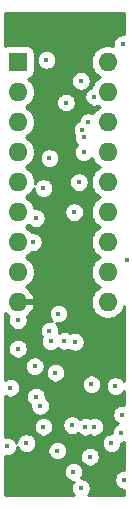
<source format=gbr>
G04 #@! TF.GenerationSoftware,KiCad,Pcbnew,5.1.5+dfsg1-2build2*
G04 #@! TF.CreationDate,2023-02-25T19:10:51+00:00*
G04 #@! TF.ProjectId,video-ram-replacement,76696465-6f2d-4726-916d-2d7265706c61,rev?*
G04 #@! TF.SameCoordinates,Original*
G04 #@! TF.FileFunction,Copper,L2,Inr*
G04 #@! TF.FilePolarity,Positive*
%FSLAX46Y46*%
G04 Gerber Fmt 4.6, Leading zero omitted, Abs format (unit mm)*
G04 Created by KiCad (PCBNEW 5.1.5+dfsg1-2build2) date 2023-02-25 19:10:51*
%MOMM*%
%LPD*%
G04 APERTURE LIST*
%ADD10O,1.600000X1.600000*%
%ADD11R,1.600000X1.600000*%
%ADD12C,0.400000*%
%ADD13C,0.200000*%
%ADD14C,0.254000*%
G04 APERTURE END LIST*
D10*
X105515000Y-89648000D03*
X97895000Y-109968000D03*
X105515000Y-92188000D03*
X97895000Y-107428000D03*
X105515000Y-94728000D03*
X97895000Y-104888000D03*
X105515000Y-97268000D03*
X97895000Y-102348000D03*
X105515000Y-99808000D03*
X97895000Y-99808000D03*
X105515000Y-102348000D03*
X97895000Y-97268000D03*
X105515000Y-104888000D03*
X97895000Y-94728000D03*
X105515000Y-107428000D03*
X97895000Y-92188000D03*
X105515000Y-109968000D03*
D11*
X97895000Y-89648000D03*
D12*
X103251000Y-89347000D03*
X104140000Y-116078000D03*
X97028000Y-123162000D03*
X99852685Y-123748796D03*
X105156000Y-125730000D03*
X97028000Y-120015000D03*
X101727000Y-120023000D03*
X97790000Y-112903000D03*
X97282000Y-118237000D03*
X105765420Y-121090698D03*
X102616000Y-117695002D03*
X100838000Y-117884998D03*
X104521000Y-85979000D03*
X100330000Y-91313000D03*
X102754000Y-113342648D03*
X101092000Y-115951000D03*
X100683000Y-113284000D03*
X103251000Y-91247000D03*
X98635000Y-121920000D03*
X97028000Y-122202000D03*
X101981000Y-93086803D03*
X104140000Y-116939000D03*
X106172000Y-117094000D03*
X104394000Y-120523000D03*
X106680000Y-121031000D03*
X106903639Y-125019539D03*
X97282000Y-117221000D03*
X101349267Y-110944128D03*
X101254000Y-122548000D03*
X99802591Y-118764409D03*
X100076000Y-120523000D03*
X101854000Y-113256000D03*
X105835000Y-121920000D03*
X100330000Y-89474000D03*
X102508286Y-120387133D03*
X102616000Y-124333000D03*
X103251000Y-125730000D03*
X103632000Y-120523000D03*
X104013000Y-123063000D03*
X100584000Y-112395000D03*
X99348228Y-115401873D03*
X103483195Y-96012000D03*
X103378000Y-95377000D03*
X107144000Y-106426000D03*
X100584000Y-97782000D03*
X102683175Y-102362000D03*
X100076000Y-100322000D03*
X103083185Y-99822000D03*
X99441000Y-102870000D03*
X103483195Y-97282000D03*
X99187000Y-104902000D03*
X103883205Y-94742000D03*
X106743990Y-119507000D03*
X104383205Y-92586803D03*
X99441000Y-117983000D03*
X97917000Y-113919000D03*
X97917000Y-111506000D03*
X106807000Y-88138000D03*
D13*
X106991510Y-122284342D02*
X106991510Y-122104510D01*
X106991510Y-122104510D02*
X106934000Y-122162020D01*
X106934000Y-122162020D02*
X106934000Y-122555000D01*
D14*
G36*
X106909001Y-87306931D02*
G01*
X106889240Y-87303000D01*
X106724760Y-87303000D01*
X106563440Y-87335089D01*
X106411479Y-87398033D01*
X106274719Y-87489413D01*
X106158413Y-87605719D01*
X106067033Y-87742479D01*
X106004089Y-87894440D01*
X105972000Y-88055760D01*
X105972000Y-88220240D01*
X105985835Y-88289794D01*
X105933574Y-88268147D01*
X105656335Y-88213000D01*
X105373665Y-88213000D01*
X105096426Y-88268147D01*
X104835273Y-88376320D01*
X104600241Y-88533363D01*
X104400363Y-88733241D01*
X104243320Y-88968273D01*
X104135147Y-89229426D01*
X104080000Y-89506665D01*
X104080000Y-89789335D01*
X104135147Y-90066574D01*
X104243320Y-90327727D01*
X104400363Y-90562759D01*
X104600241Y-90762637D01*
X104832759Y-90918000D01*
X104600241Y-91073363D01*
X104400363Y-91273241D01*
X104243320Y-91508273D01*
X104135147Y-91769426D01*
X104131607Y-91787221D01*
X103987684Y-91846836D01*
X103850924Y-91938216D01*
X103734618Y-92054522D01*
X103643238Y-92191282D01*
X103580294Y-92343243D01*
X103548205Y-92504563D01*
X103548205Y-92669043D01*
X103580294Y-92830363D01*
X103643238Y-92982324D01*
X103734618Y-93119084D01*
X103850924Y-93235390D01*
X103987684Y-93326770D01*
X104139645Y-93389714D01*
X104300965Y-93421803D01*
X104465445Y-93421803D01*
X104626765Y-93389714D01*
X104690840Y-93363173D01*
X104832759Y-93458000D01*
X104600241Y-93613363D01*
X104400363Y-93813241D01*
X104275194Y-94000570D01*
X104126765Y-93939089D01*
X103965445Y-93907000D01*
X103800965Y-93907000D01*
X103639645Y-93939089D01*
X103487684Y-94002033D01*
X103350924Y-94093413D01*
X103234618Y-94209719D01*
X103143238Y-94346479D01*
X103080294Y-94498440D01*
X103059033Y-94605323D01*
X102982479Y-94637033D01*
X102845719Y-94728413D01*
X102729413Y-94844719D01*
X102638033Y-94981479D01*
X102575089Y-95133440D01*
X102543000Y-95294760D01*
X102543000Y-95459240D01*
X102575089Y-95620560D01*
X102638033Y-95772521D01*
X102669966Y-95820312D01*
X102648195Y-95929760D01*
X102648195Y-96094240D01*
X102680284Y-96255560D01*
X102743228Y-96407521D01*
X102834608Y-96544281D01*
X102937327Y-96647000D01*
X102834608Y-96749719D01*
X102743228Y-96886479D01*
X102680284Y-97038440D01*
X102648195Y-97199760D01*
X102648195Y-97364240D01*
X102680284Y-97525560D01*
X102743228Y-97677521D01*
X102834608Y-97814281D01*
X102950914Y-97930587D01*
X103087674Y-98021967D01*
X103239635Y-98084911D01*
X103400955Y-98117000D01*
X103565435Y-98117000D01*
X103726755Y-98084911D01*
X103878716Y-98021967D01*
X104015476Y-97930587D01*
X104131782Y-97814281D01*
X104166514Y-97762301D01*
X104243320Y-97947727D01*
X104400363Y-98182759D01*
X104600241Y-98382637D01*
X104832759Y-98538000D01*
X104600241Y-98693363D01*
X104400363Y-98893241D01*
X104243320Y-99128273D01*
X104135147Y-99389426D01*
X104080000Y-99666665D01*
X104080000Y-99949335D01*
X104135147Y-100226574D01*
X104243320Y-100487727D01*
X104400363Y-100722759D01*
X104600241Y-100922637D01*
X104832759Y-101078000D01*
X104600241Y-101233363D01*
X104400363Y-101433241D01*
X104243320Y-101668273D01*
X104135147Y-101929426D01*
X104080000Y-102206665D01*
X104080000Y-102489335D01*
X104135147Y-102766574D01*
X104243320Y-103027727D01*
X104400363Y-103262759D01*
X104600241Y-103462637D01*
X104832759Y-103618000D01*
X104600241Y-103773363D01*
X104400363Y-103973241D01*
X104243320Y-104208273D01*
X104135147Y-104469426D01*
X104080000Y-104746665D01*
X104080000Y-105029335D01*
X104135147Y-105306574D01*
X104243320Y-105567727D01*
X104400363Y-105802759D01*
X104600241Y-106002637D01*
X104832759Y-106158000D01*
X104600241Y-106313363D01*
X104400363Y-106513241D01*
X104243320Y-106748273D01*
X104135147Y-107009426D01*
X104080000Y-107286665D01*
X104080000Y-107569335D01*
X104135147Y-107846574D01*
X104243320Y-108107727D01*
X104400363Y-108342759D01*
X104600241Y-108542637D01*
X104832759Y-108698000D01*
X104600241Y-108853363D01*
X104400363Y-109053241D01*
X104243320Y-109288273D01*
X104135147Y-109549426D01*
X104080000Y-109826665D01*
X104080000Y-110109335D01*
X104135147Y-110386574D01*
X104243320Y-110647727D01*
X104400363Y-110882759D01*
X104600241Y-111082637D01*
X104835273Y-111239680D01*
X105096426Y-111347853D01*
X105373665Y-111403000D01*
X105656335Y-111403000D01*
X105933574Y-111347853D01*
X106194727Y-111239680D01*
X106429759Y-111082637D01*
X106629637Y-110882759D01*
X106786680Y-110647727D01*
X106894853Y-110386574D01*
X106909000Y-110315452D01*
X106909000Y-116694039D01*
X106820587Y-116561719D01*
X106704281Y-116445413D01*
X106567521Y-116354033D01*
X106415560Y-116291089D01*
X106254240Y-116259000D01*
X106089760Y-116259000D01*
X105928440Y-116291089D01*
X105776479Y-116354033D01*
X105639719Y-116445413D01*
X105523413Y-116561719D01*
X105432033Y-116698479D01*
X105369089Y-116850440D01*
X105337000Y-117011760D01*
X105337000Y-117176240D01*
X105369089Y-117337560D01*
X105432033Y-117489521D01*
X105523413Y-117626281D01*
X105639719Y-117742587D01*
X105776479Y-117833967D01*
X105928440Y-117896911D01*
X106089760Y-117929000D01*
X106254240Y-117929000D01*
X106415560Y-117896911D01*
X106567521Y-117833967D01*
X106704281Y-117742587D01*
X106820587Y-117626281D01*
X106909000Y-117493961D01*
X106909000Y-118688464D01*
X106826230Y-118672000D01*
X106661750Y-118672000D01*
X106500430Y-118704089D01*
X106348469Y-118767033D01*
X106211709Y-118858413D01*
X106095403Y-118974719D01*
X106004023Y-119111479D01*
X105941079Y-119263440D01*
X105908990Y-119424760D01*
X105908990Y-119589240D01*
X105941079Y-119750560D01*
X106004023Y-119902521D01*
X106095403Y-120039281D01*
X106211709Y-120155587D01*
X106348469Y-120246967D01*
X106369667Y-120255747D01*
X106284479Y-120291033D01*
X106147719Y-120382413D01*
X106031413Y-120498719D01*
X105940033Y-120635479D01*
X105877089Y-120787440D01*
X105845000Y-120948760D01*
X105845000Y-121085000D01*
X105752760Y-121085000D01*
X105591440Y-121117089D01*
X105439479Y-121180033D01*
X105302719Y-121271413D01*
X105186413Y-121387719D01*
X105095033Y-121524479D01*
X105032089Y-121676440D01*
X105000000Y-121837760D01*
X105000000Y-122002240D01*
X105032089Y-122163560D01*
X105095033Y-122315521D01*
X105186413Y-122452281D01*
X105302719Y-122568587D01*
X105439479Y-122659967D01*
X105591440Y-122722911D01*
X105752760Y-122755000D01*
X105917240Y-122755000D01*
X106078560Y-122722911D01*
X106230521Y-122659967D01*
X106367281Y-122568587D01*
X106483587Y-122452281D01*
X106574967Y-122315521D01*
X106637911Y-122163560D01*
X106670000Y-122002240D01*
X106670000Y-121866000D01*
X106762240Y-121866000D01*
X106909001Y-121836807D01*
X106909001Y-122725781D01*
X106909000Y-123995781D01*
X106909000Y-124184539D01*
X106821399Y-124184539D01*
X106660079Y-124216628D01*
X106508118Y-124279572D01*
X106371358Y-124370952D01*
X106255052Y-124487258D01*
X106163672Y-124624018D01*
X106100728Y-124775979D01*
X106068639Y-124937299D01*
X106068639Y-125101779D01*
X106100728Y-125263099D01*
X106163672Y-125415060D01*
X106255052Y-125551820D01*
X106371358Y-125668126D01*
X106508118Y-125759506D01*
X106660079Y-125822450D01*
X106821399Y-125854539D01*
X106909001Y-125854539D01*
X106909001Y-126340000D01*
X103821868Y-126340000D01*
X103899587Y-126262281D01*
X103990967Y-126125521D01*
X104053911Y-125973560D01*
X104086000Y-125812240D01*
X104086000Y-125647760D01*
X104053911Y-125486440D01*
X103990967Y-125334479D01*
X103899587Y-125197719D01*
X103783281Y-125081413D01*
X103646521Y-124990033D01*
X103494560Y-124927089D01*
X103333240Y-124895000D01*
X103234868Y-124895000D01*
X103264587Y-124865281D01*
X103355967Y-124728521D01*
X103418911Y-124576560D01*
X103451000Y-124415240D01*
X103451000Y-124250760D01*
X103418911Y-124089440D01*
X103355967Y-123937479D01*
X103264587Y-123800719D01*
X103148281Y-123684413D01*
X103011521Y-123593033D01*
X102859560Y-123530089D01*
X102698240Y-123498000D01*
X102533760Y-123498000D01*
X102372440Y-123530089D01*
X102220479Y-123593033D01*
X102083719Y-123684413D01*
X101967413Y-123800719D01*
X101876033Y-123937479D01*
X101813089Y-124089440D01*
X101781000Y-124250760D01*
X101781000Y-124415240D01*
X101813089Y-124576560D01*
X101876033Y-124728521D01*
X101967413Y-124865281D01*
X102083719Y-124981587D01*
X102220479Y-125072967D01*
X102372440Y-125135911D01*
X102533760Y-125168000D01*
X102632132Y-125168000D01*
X102602413Y-125197719D01*
X102511033Y-125334479D01*
X102448089Y-125486440D01*
X102416000Y-125647760D01*
X102416000Y-125812240D01*
X102448089Y-125973560D01*
X102511033Y-126125521D01*
X102602413Y-126262281D01*
X102680132Y-126340000D01*
X96799000Y-126340000D01*
X96799000Y-123007807D01*
X96945760Y-123037000D01*
X97110240Y-123037000D01*
X97271560Y-123004911D01*
X97423521Y-122941967D01*
X97560281Y-122850587D01*
X97676587Y-122734281D01*
X97767967Y-122597521D01*
X97830911Y-122445560D01*
X97863000Y-122284240D01*
X97863000Y-122238186D01*
X97895033Y-122315521D01*
X97986413Y-122452281D01*
X98102719Y-122568587D01*
X98239479Y-122659967D01*
X98391440Y-122722911D01*
X98552760Y-122755000D01*
X98717240Y-122755000D01*
X98878560Y-122722911D01*
X99030521Y-122659967D01*
X99167281Y-122568587D01*
X99270108Y-122465760D01*
X100419000Y-122465760D01*
X100419000Y-122630240D01*
X100451089Y-122791560D01*
X100514033Y-122943521D01*
X100605413Y-123080281D01*
X100721719Y-123196587D01*
X100858479Y-123287967D01*
X101010440Y-123350911D01*
X101171760Y-123383000D01*
X101336240Y-123383000D01*
X101497560Y-123350911D01*
X101649521Y-123287967D01*
X101786281Y-123196587D01*
X101902587Y-123080281D01*
X101969084Y-122980760D01*
X103178000Y-122980760D01*
X103178000Y-123145240D01*
X103210089Y-123306560D01*
X103273033Y-123458521D01*
X103364413Y-123595281D01*
X103480719Y-123711587D01*
X103617479Y-123802967D01*
X103769440Y-123865911D01*
X103930760Y-123898000D01*
X104095240Y-123898000D01*
X104256560Y-123865911D01*
X104408521Y-123802967D01*
X104545281Y-123711587D01*
X104661587Y-123595281D01*
X104752967Y-123458521D01*
X104815911Y-123306560D01*
X104848000Y-123145240D01*
X104848000Y-122980760D01*
X104815911Y-122819440D01*
X104752967Y-122667479D01*
X104661587Y-122530719D01*
X104545281Y-122414413D01*
X104408521Y-122323033D01*
X104256560Y-122260089D01*
X104095240Y-122228000D01*
X103930760Y-122228000D01*
X103769440Y-122260089D01*
X103617479Y-122323033D01*
X103480719Y-122414413D01*
X103364413Y-122530719D01*
X103273033Y-122667479D01*
X103210089Y-122819440D01*
X103178000Y-122980760D01*
X101969084Y-122980760D01*
X101993967Y-122943521D01*
X102056911Y-122791560D01*
X102089000Y-122630240D01*
X102089000Y-122465760D01*
X102056911Y-122304440D01*
X101993967Y-122152479D01*
X101902587Y-122015719D01*
X101786281Y-121899413D01*
X101649521Y-121808033D01*
X101497560Y-121745089D01*
X101336240Y-121713000D01*
X101171760Y-121713000D01*
X101010440Y-121745089D01*
X100858479Y-121808033D01*
X100721719Y-121899413D01*
X100605413Y-122015719D01*
X100514033Y-122152479D01*
X100451089Y-122304440D01*
X100419000Y-122465760D01*
X99270108Y-122465760D01*
X99283587Y-122452281D01*
X99374967Y-122315521D01*
X99437911Y-122163560D01*
X99470000Y-122002240D01*
X99470000Y-121837760D01*
X99437911Y-121676440D01*
X99374967Y-121524479D01*
X99283587Y-121387719D01*
X99167281Y-121271413D01*
X99030521Y-121180033D01*
X98878560Y-121117089D01*
X98717240Y-121085000D01*
X98552760Y-121085000D01*
X98391440Y-121117089D01*
X98239479Y-121180033D01*
X98102719Y-121271413D01*
X97986413Y-121387719D01*
X97895033Y-121524479D01*
X97832089Y-121676440D01*
X97800000Y-121837760D01*
X97800000Y-121883814D01*
X97767967Y-121806479D01*
X97676587Y-121669719D01*
X97560281Y-121553413D01*
X97423521Y-121462033D01*
X97271560Y-121399089D01*
X97110240Y-121367000D01*
X96945760Y-121367000D01*
X96799000Y-121396193D01*
X96799000Y-120440760D01*
X99241000Y-120440760D01*
X99241000Y-120605240D01*
X99273089Y-120766560D01*
X99336033Y-120918521D01*
X99427413Y-121055281D01*
X99543719Y-121171587D01*
X99680479Y-121262967D01*
X99832440Y-121325911D01*
X99993760Y-121358000D01*
X100158240Y-121358000D01*
X100319560Y-121325911D01*
X100471521Y-121262967D01*
X100608281Y-121171587D01*
X100724587Y-121055281D01*
X100815967Y-120918521D01*
X100878911Y-120766560D01*
X100911000Y-120605240D01*
X100911000Y-120440760D01*
X100883974Y-120304893D01*
X101673286Y-120304893D01*
X101673286Y-120469373D01*
X101705375Y-120630693D01*
X101768319Y-120782654D01*
X101859699Y-120919414D01*
X101976005Y-121035720D01*
X102112765Y-121127100D01*
X102264726Y-121190044D01*
X102426046Y-121222133D01*
X102590526Y-121222133D01*
X102751846Y-121190044D01*
X102903807Y-121127100D01*
X102994580Y-121066448D01*
X103099719Y-121171587D01*
X103236479Y-121262967D01*
X103388440Y-121325911D01*
X103549760Y-121358000D01*
X103714240Y-121358000D01*
X103875560Y-121325911D01*
X104013000Y-121268982D01*
X104150440Y-121325911D01*
X104311760Y-121358000D01*
X104476240Y-121358000D01*
X104637560Y-121325911D01*
X104789521Y-121262967D01*
X104926281Y-121171587D01*
X105042587Y-121055281D01*
X105133967Y-120918521D01*
X105196911Y-120766560D01*
X105229000Y-120605240D01*
X105229000Y-120440760D01*
X105196911Y-120279440D01*
X105133967Y-120127479D01*
X105042587Y-119990719D01*
X104926281Y-119874413D01*
X104789521Y-119783033D01*
X104637560Y-119720089D01*
X104476240Y-119688000D01*
X104311760Y-119688000D01*
X104150440Y-119720089D01*
X104013000Y-119777018D01*
X103875560Y-119720089D01*
X103714240Y-119688000D01*
X103549760Y-119688000D01*
X103388440Y-119720089D01*
X103236479Y-119783033D01*
X103145706Y-119843685D01*
X103040567Y-119738546D01*
X102903807Y-119647166D01*
X102751846Y-119584222D01*
X102590526Y-119552133D01*
X102426046Y-119552133D01*
X102264726Y-119584222D01*
X102112765Y-119647166D01*
X101976005Y-119738546D01*
X101859699Y-119854852D01*
X101768319Y-119991612D01*
X101705375Y-120143573D01*
X101673286Y-120304893D01*
X100883974Y-120304893D01*
X100878911Y-120279440D01*
X100815967Y-120127479D01*
X100724587Y-119990719D01*
X100608281Y-119874413D01*
X100471521Y-119783033D01*
X100319560Y-119720089D01*
X100158240Y-119688000D01*
X99993760Y-119688000D01*
X99832440Y-119720089D01*
X99680479Y-119783033D01*
X99543719Y-119874413D01*
X99427413Y-119990719D01*
X99336033Y-120127479D01*
X99273089Y-120279440D01*
X99241000Y-120440760D01*
X96799000Y-120440760D01*
X96799000Y-117902515D01*
X96886479Y-117960967D01*
X97038440Y-118023911D01*
X97199760Y-118056000D01*
X97364240Y-118056000D01*
X97525560Y-118023911D01*
X97677521Y-117960967D01*
X97767627Y-117900760D01*
X98606000Y-117900760D01*
X98606000Y-118065240D01*
X98638089Y-118226560D01*
X98701033Y-118378521D01*
X98792413Y-118515281D01*
X98908719Y-118631587D01*
X98969565Y-118672243D01*
X98967591Y-118682169D01*
X98967591Y-118846649D01*
X98999680Y-119007969D01*
X99062624Y-119159930D01*
X99154004Y-119296690D01*
X99270310Y-119412996D01*
X99407070Y-119504376D01*
X99559031Y-119567320D01*
X99720351Y-119599409D01*
X99884831Y-119599409D01*
X100046151Y-119567320D01*
X100198112Y-119504376D01*
X100334872Y-119412996D01*
X100451178Y-119296690D01*
X100542558Y-119159930D01*
X100605502Y-119007969D01*
X100637591Y-118846649D01*
X100637591Y-118682169D01*
X100605502Y-118520849D01*
X100542558Y-118368888D01*
X100451178Y-118232128D01*
X100334872Y-118115822D01*
X100274026Y-118075166D01*
X100276000Y-118065240D01*
X100276000Y-117900760D01*
X100243911Y-117739440D01*
X100180967Y-117587479D01*
X100089587Y-117450719D01*
X99973281Y-117334413D01*
X99836521Y-117243033D01*
X99684560Y-117180089D01*
X99523240Y-117148000D01*
X99358760Y-117148000D01*
X99197440Y-117180089D01*
X99045479Y-117243033D01*
X98908719Y-117334413D01*
X98792413Y-117450719D01*
X98701033Y-117587479D01*
X98638089Y-117739440D01*
X98606000Y-117900760D01*
X97767627Y-117900760D01*
X97814281Y-117869587D01*
X97930587Y-117753281D01*
X98021967Y-117616521D01*
X98084911Y-117464560D01*
X98117000Y-117303240D01*
X98117000Y-117138760D01*
X98084911Y-116977440D01*
X98034924Y-116856760D01*
X103305000Y-116856760D01*
X103305000Y-117021240D01*
X103337089Y-117182560D01*
X103400033Y-117334521D01*
X103491413Y-117471281D01*
X103607719Y-117587587D01*
X103744479Y-117678967D01*
X103896440Y-117741911D01*
X104057760Y-117774000D01*
X104222240Y-117774000D01*
X104383560Y-117741911D01*
X104535521Y-117678967D01*
X104672281Y-117587587D01*
X104788587Y-117471281D01*
X104879967Y-117334521D01*
X104942911Y-117182560D01*
X104975000Y-117021240D01*
X104975000Y-116856760D01*
X104942911Y-116695440D01*
X104879967Y-116543479D01*
X104788587Y-116406719D01*
X104672281Y-116290413D01*
X104535521Y-116199033D01*
X104383560Y-116136089D01*
X104222240Y-116104000D01*
X104057760Y-116104000D01*
X103896440Y-116136089D01*
X103744479Y-116199033D01*
X103607719Y-116290413D01*
X103491413Y-116406719D01*
X103400033Y-116543479D01*
X103337089Y-116695440D01*
X103305000Y-116856760D01*
X98034924Y-116856760D01*
X98021967Y-116825479D01*
X97930587Y-116688719D01*
X97814281Y-116572413D01*
X97677521Y-116481033D01*
X97525560Y-116418089D01*
X97364240Y-116386000D01*
X97199760Y-116386000D01*
X97038440Y-116418089D01*
X96886479Y-116481033D01*
X96799000Y-116539485D01*
X96799000Y-115319633D01*
X98513228Y-115319633D01*
X98513228Y-115484113D01*
X98545317Y-115645433D01*
X98608261Y-115797394D01*
X98699641Y-115934154D01*
X98815947Y-116050460D01*
X98952707Y-116141840D01*
X99104668Y-116204784D01*
X99265988Y-116236873D01*
X99430468Y-116236873D01*
X99591788Y-116204784D01*
X99743749Y-116141840D01*
X99880509Y-116050460D01*
X99996815Y-115934154D01*
X100040509Y-115868760D01*
X100257000Y-115868760D01*
X100257000Y-116033240D01*
X100289089Y-116194560D01*
X100352033Y-116346521D01*
X100443413Y-116483281D01*
X100559719Y-116599587D01*
X100696479Y-116690967D01*
X100848440Y-116753911D01*
X101009760Y-116786000D01*
X101174240Y-116786000D01*
X101335560Y-116753911D01*
X101487521Y-116690967D01*
X101624281Y-116599587D01*
X101740587Y-116483281D01*
X101831967Y-116346521D01*
X101894911Y-116194560D01*
X101927000Y-116033240D01*
X101927000Y-115868760D01*
X101894911Y-115707440D01*
X101831967Y-115555479D01*
X101740587Y-115418719D01*
X101624281Y-115302413D01*
X101487521Y-115211033D01*
X101335560Y-115148089D01*
X101174240Y-115116000D01*
X101009760Y-115116000D01*
X100848440Y-115148089D01*
X100696479Y-115211033D01*
X100559719Y-115302413D01*
X100443413Y-115418719D01*
X100352033Y-115555479D01*
X100289089Y-115707440D01*
X100257000Y-115868760D01*
X100040509Y-115868760D01*
X100088195Y-115797394D01*
X100151139Y-115645433D01*
X100183228Y-115484113D01*
X100183228Y-115319633D01*
X100151139Y-115158313D01*
X100088195Y-115006352D01*
X99996815Y-114869592D01*
X99880509Y-114753286D01*
X99743749Y-114661906D01*
X99591788Y-114598962D01*
X99430468Y-114566873D01*
X99265988Y-114566873D01*
X99104668Y-114598962D01*
X98952707Y-114661906D01*
X98815947Y-114753286D01*
X98699641Y-114869592D01*
X98608261Y-115006352D01*
X98545317Y-115158313D01*
X98513228Y-115319633D01*
X96799000Y-115319633D01*
X96799000Y-113836760D01*
X97082000Y-113836760D01*
X97082000Y-114001240D01*
X97114089Y-114162560D01*
X97177033Y-114314521D01*
X97268413Y-114451281D01*
X97384719Y-114567587D01*
X97521479Y-114658967D01*
X97673440Y-114721911D01*
X97834760Y-114754000D01*
X97999240Y-114754000D01*
X98160560Y-114721911D01*
X98312521Y-114658967D01*
X98449281Y-114567587D01*
X98565587Y-114451281D01*
X98656967Y-114314521D01*
X98719911Y-114162560D01*
X98752000Y-114001240D01*
X98752000Y-113836760D01*
X98719911Y-113675440D01*
X98656967Y-113523479D01*
X98565587Y-113386719D01*
X98449281Y-113270413D01*
X98312521Y-113179033D01*
X98160560Y-113116089D01*
X97999240Y-113084000D01*
X97834760Y-113084000D01*
X97673440Y-113116089D01*
X97521479Y-113179033D01*
X97384719Y-113270413D01*
X97268413Y-113386719D01*
X97177033Y-113523479D01*
X97114089Y-113675440D01*
X97082000Y-113836760D01*
X96799000Y-113836760D01*
X96799000Y-110887595D01*
X96831481Y-110931414D01*
X97039869Y-111120385D01*
X97146453Y-111184307D01*
X97114089Y-111262440D01*
X97082000Y-111423760D01*
X97082000Y-111588240D01*
X97114089Y-111749560D01*
X97177033Y-111901521D01*
X97268413Y-112038281D01*
X97384719Y-112154587D01*
X97521479Y-112245967D01*
X97673440Y-112308911D01*
X97834760Y-112341000D01*
X97999240Y-112341000D01*
X98141210Y-112312760D01*
X99749000Y-112312760D01*
X99749000Y-112477240D01*
X99781089Y-112638560D01*
X99844033Y-112790521D01*
X99930195Y-112919472D01*
X99880089Y-113040440D01*
X99848000Y-113201760D01*
X99848000Y-113366240D01*
X99880089Y-113527560D01*
X99943033Y-113679521D01*
X100034413Y-113816281D01*
X100150719Y-113932587D01*
X100287479Y-114023967D01*
X100439440Y-114086911D01*
X100600760Y-114119000D01*
X100765240Y-114119000D01*
X100926560Y-114086911D01*
X101078521Y-114023967D01*
X101215281Y-113932587D01*
X101282500Y-113865368D01*
X101321719Y-113904587D01*
X101458479Y-113995967D01*
X101610440Y-114058911D01*
X101771760Y-114091000D01*
X101936240Y-114091000D01*
X102097560Y-114058911D01*
X102236730Y-114001265D01*
X102358479Y-114082615D01*
X102510440Y-114145559D01*
X102671760Y-114177648D01*
X102836240Y-114177648D01*
X102997560Y-114145559D01*
X103149521Y-114082615D01*
X103286281Y-113991235D01*
X103402587Y-113874929D01*
X103493967Y-113738169D01*
X103556911Y-113586208D01*
X103589000Y-113424888D01*
X103589000Y-113260408D01*
X103556911Y-113099088D01*
X103493967Y-112947127D01*
X103402587Y-112810367D01*
X103286281Y-112694061D01*
X103149521Y-112602681D01*
X102997560Y-112539737D01*
X102836240Y-112507648D01*
X102671760Y-112507648D01*
X102510440Y-112539737D01*
X102371270Y-112597383D01*
X102249521Y-112516033D01*
X102097560Y-112453089D01*
X101936240Y-112421000D01*
X101771760Y-112421000D01*
X101610440Y-112453089D01*
X101458479Y-112516033D01*
X101404049Y-112552402D01*
X101419000Y-112477240D01*
X101419000Y-112312760D01*
X101386911Y-112151440D01*
X101323967Y-111999479D01*
X101232587Y-111862719D01*
X101119688Y-111749820D01*
X101267027Y-111779128D01*
X101431507Y-111779128D01*
X101592827Y-111747039D01*
X101744788Y-111684095D01*
X101881548Y-111592715D01*
X101997854Y-111476409D01*
X102089234Y-111339649D01*
X102152178Y-111187688D01*
X102184267Y-111026368D01*
X102184267Y-110861888D01*
X102152178Y-110700568D01*
X102089234Y-110548607D01*
X101997854Y-110411847D01*
X101881548Y-110295541D01*
X101744788Y-110204161D01*
X101592827Y-110141217D01*
X101431507Y-110109128D01*
X101267027Y-110109128D01*
X101105707Y-110141217D01*
X100953746Y-110204161D01*
X100816986Y-110295541D01*
X100700680Y-110411847D01*
X100609300Y-110548607D01*
X100546356Y-110700568D01*
X100514267Y-110861888D01*
X100514267Y-111026368D01*
X100546356Y-111187688D01*
X100609300Y-111339649D01*
X100700680Y-111476409D01*
X100813579Y-111589308D01*
X100666240Y-111560000D01*
X100501760Y-111560000D01*
X100340440Y-111592089D01*
X100188479Y-111655033D01*
X100051719Y-111746413D01*
X99935413Y-111862719D01*
X99844033Y-111999479D01*
X99781089Y-112151440D01*
X99749000Y-112312760D01*
X98141210Y-112312760D01*
X98160560Y-112308911D01*
X98312521Y-112245967D01*
X98449281Y-112154587D01*
X98565587Y-112038281D01*
X98656967Y-111901521D01*
X98719911Y-111749560D01*
X98752000Y-111588240D01*
X98752000Y-111423760D01*
X98719911Y-111262440D01*
X98678792Y-111163169D01*
X98750131Y-111120385D01*
X98958519Y-110931414D01*
X99126037Y-110705420D01*
X99246246Y-110451087D01*
X99286904Y-110317039D01*
X99164915Y-110095000D01*
X98022000Y-110095000D01*
X98022000Y-110115000D01*
X97768000Y-110115000D01*
X97768000Y-110095000D01*
X97748000Y-110095000D01*
X97748000Y-109841000D01*
X97768000Y-109841000D01*
X97768000Y-109821000D01*
X98022000Y-109821000D01*
X98022000Y-109841000D01*
X99164915Y-109841000D01*
X99286904Y-109618961D01*
X99246246Y-109484913D01*
X99126037Y-109230580D01*
X98958519Y-109004586D01*
X98750131Y-108815615D01*
X98564135Y-108704067D01*
X98574727Y-108699680D01*
X98809759Y-108542637D01*
X99009637Y-108342759D01*
X99166680Y-108107727D01*
X99274853Y-107846574D01*
X99330000Y-107569335D01*
X99330000Y-107286665D01*
X99274853Y-107009426D01*
X99166680Y-106748273D01*
X99009637Y-106513241D01*
X98809759Y-106313363D01*
X98577241Y-106158000D01*
X98809759Y-106002637D01*
X99009637Y-105802759D01*
X99059580Y-105728013D01*
X99104760Y-105737000D01*
X99269240Y-105737000D01*
X99430560Y-105704911D01*
X99582521Y-105641967D01*
X99719281Y-105550587D01*
X99835587Y-105434281D01*
X99926967Y-105297521D01*
X99989911Y-105145560D01*
X100022000Y-104984240D01*
X100022000Y-104819760D01*
X99989911Y-104658440D01*
X99926967Y-104506479D01*
X99835587Y-104369719D01*
X99719281Y-104253413D01*
X99582521Y-104162033D01*
X99430560Y-104099089D01*
X99269240Y-104067000D01*
X99104760Y-104067000D01*
X99076095Y-104072702D01*
X99009637Y-103973241D01*
X98809759Y-103773363D01*
X98577241Y-103618000D01*
X98809759Y-103462637D01*
X98831264Y-103441132D01*
X98908719Y-103518587D01*
X99045479Y-103609967D01*
X99197440Y-103672911D01*
X99358760Y-103705000D01*
X99523240Y-103705000D01*
X99684560Y-103672911D01*
X99836521Y-103609967D01*
X99973281Y-103518587D01*
X100089587Y-103402281D01*
X100180967Y-103265521D01*
X100243911Y-103113560D01*
X100276000Y-102952240D01*
X100276000Y-102787760D01*
X100243911Y-102626440D01*
X100180967Y-102474479D01*
X100089587Y-102337719D01*
X100031628Y-102279760D01*
X101848175Y-102279760D01*
X101848175Y-102444240D01*
X101880264Y-102605560D01*
X101943208Y-102757521D01*
X102034588Y-102894281D01*
X102150894Y-103010587D01*
X102287654Y-103101967D01*
X102439615Y-103164911D01*
X102600935Y-103197000D01*
X102765415Y-103197000D01*
X102926735Y-103164911D01*
X103078696Y-103101967D01*
X103215456Y-103010587D01*
X103331762Y-102894281D01*
X103423142Y-102757521D01*
X103486086Y-102605560D01*
X103518175Y-102444240D01*
X103518175Y-102279760D01*
X103486086Y-102118440D01*
X103423142Y-101966479D01*
X103331762Y-101829719D01*
X103215456Y-101713413D01*
X103078696Y-101622033D01*
X102926735Y-101559089D01*
X102765415Y-101527000D01*
X102600935Y-101527000D01*
X102439615Y-101559089D01*
X102287654Y-101622033D01*
X102150894Y-101713413D01*
X102034588Y-101829719D01*
X101943208Y-101966479D01*
X101880264Y-102118440D01*
X101848175Y-102279760D01*
X100031628Y-102279760D01*
X99973281Y-102221413D01*
X99836521Y-102130033D01*
X99684560Y-102067089D01*
X99523240Y-102035000D01*
X99358760Y-102035000D01*
X99298248Y-102047037D01*
X99274853Y-101929426D01*
X99166680Y-101668273D01*
X99009637Y-101433241D01*
X98809759Y-101233363D01*
X98577241Y-101078000D01*
X98809759Y-100922637D01*
X99009637Y-100722759D01*
X99166680Y-100487727D01*
X99241000Y-100308302D01*
X99241000Y-100404240D01*
X99273089Y-100565560D01*
X99336033Y-100717521D01*
X99427413Y-100854281D01*
X99543719Y-100970587D01*
X99680479Y-101061967D01*
X99832440Y-101124911D01*
X99993760Y-101157000D01*
X100158240Y-101157000D01*
X100319560Y-101124911D01*
X100471521Y-101061967D01*
X100608281Y-100970587D01*
X100724587Y-100854281D01*
X100815967Y-100717521D01*
X100878911Y-100565560D01*
X100911000Y-100404240D01*
X100911000Y-100239760D01*
X100878911Y-100078440D01*
X100815967Y-99926479D01*
X100724587Y-99789719D01*
X100674628Y-99739760D01*
X102248185Y-99739760D01*
X102248185Y-99904240D01*
X102280274Y-100065560D01*
X102343218Y-100217521D01*
X102434598Y-100354281D01*
X102550904Y-100470587D01*
X102687664Y-100561967D01*
X102839625Y-100624911D01*
X103000945Y-100657000D01*
X103165425Y-100657000D01*
X103326745Y-100624911D01*
X103478706Y-100561967D01*
X103615466Y-100470587D01*
X103731772Y-100354281D01*
X103823152Y-100217521D01*
X103886096Y-100065560D01*
X103918185Y-99904240D01*
X103918185Y-99739760D01*
X103886096Y-99578440D01*
X103823152Y-99426479D01*
X103731772Y-99289719D01*
X103615466Y-99173413D01*
X103478706Y-99082033D01*
X103326745Y-99019089D01*
X103165425Y-98987000D01*
X103000945Y-98987000D01*
X102839625Y-99019089D01*
X102687664Y-99082033D01*
X102550904Y-99173413D01*
X102434598Y-99289719D01*
X102343218Y-99426479D01*
X102280274Y-99578440D01*
X102248185Y-99739760D01*
X100674628Y-99739760D01*
X100608281Y-99673413D01*
X100471521Y-99582033D01*
X100319560Y-99519089D01*
X100158240Y-99487000D01*
X99993760Y-99487000D01*
X99832440Y-99519089D01*
X99680479Y-99582033D01*
X99543719Y-99673413D01*
X99427413Y-99789719D01*
X99336033Y-99926479D01*
X99330000Y-99941044D01*
X99330000Y-99666665D01*
X99274853Y-99389426D01*
X99166680Y-99128273D01*
X99009637Y-98893241D01*
X98809759Y-98693363D01*
X98577241Y-98538000D01*
X98809759Y-98382637D01*
X99009637Y-98182759D01*
X99166680Y-97947727D01*
X99269391Y-97699760D01*
X99749000Y-97699760D01*
X99749000Y-97864240D01*
X99781089Y-98025560D01*
X99844033Y-98177521D01*
X99935413Y-98314281D01*
X100051719Y-98430587D01*
X100188479Y-98521967D01*
X100340440Y-98584911D01*
X100501760Y-98617000D01*
X100666240Y-98617000D01*
X100827560Y-98584911D01*
X100979521Y-98521967D01*
X101116281Y-98430587D01*
X101232587Y-98314281D01*
X101323967Y-98177521D01*
X101386911Y-98025560D01*
X101419000Y-97864240D01*
X101419000Y-97699760D01*
X101386911Y-97538440D01*
X101323967Y-97386479D01*
X101232587Y-97249719D01*
X101116281Y-97133413D01*
X100979521Y-97042033D01*
X100827560Y-96979089D01*
X100666240Y-96947000D01*
X100501760Y-96947000D01*
X100340440Y-96979089D01*
X100188479Y-97042033D01*
X100051719Y-97133413D01*
X99935413Y-97249719D01*
X99844033Y-97386479D01*
X99781089Y-97538440D01*
X99749000Y-97699760D01*
X99269391Y-97699760D01*
X99274853Y-97686574D01*
X99330000Y-97409335D01*
X99330000Y-97126665D01*
X99274853Y-96849426D01*
X99166680Y-96588273D01*
X99009637Y-96353241D01*
X98809759Y-96153363D01*
X98577241Y-95998000D01*
X98809759Y-95842637D01*
X99009637Y-95642759D01*
X99166680Y-95407727D01*
X99274853Y-95146574D01*
X99330000Y-94869335D01*
X99330000Y-94586665D01*
X99274853Y-94309426D01*
X99166680Y-94048273D01*
X99009637Y-93813241D01*
X98809759Y-93613363D01*
X98577241Y-93458000D01*
X98809759Y-93302637D01*
X99009637Y-93102759D01*
X99075249Y-93004563D01*
X101146000Y-93004563D01*
X101146000Y-93169043D01*
X101178089Y-93330363D01*
X101241033Y-93482324D01*
X101332413Y-93619084D01*
X101448719Y-93735390D01*
X101585479Y-93826770D01*
X101737440Y-93889714D01*
X101898760Y-93921803D01*
X102063240Y-93921803D01*
X102224560Y-93889714D01*
X102376521Y-93826770D01*
X102513281Y-93735390D01*
X102629587Y-93619084D01*
X102720967Y-93482324D01*
X102783911Y-93330363D01*
X102816000Y-93169043D01*
X102816000Y-93004563D01*
X102783911Y-92843243D01*
X102720967Y-92691282D01*
X102629587Y-92554522D01*
X102513281Y-92438216D01*
X102376521Y-92346836D01*
X102224560Y-92283892D01*
X102063240Y-92251803D01*
X101898760Y-92251803D01*
X101737440Y-92283892D01*
X101585479Y-92346836D01*
X101448719Y-92438216D01*
X101332413Y-92554522D01*
X101241033Y-92691282D01*
X101178089Y-92843243D01*
X101146000Y-93004563D01*
X99075249Y-93004563D01*
X99166680Y-92867727D01*
X99274853Y-92606574D01*
X99330000Y-92329335D01*
X99330000Y-92046665D01*
X99274853Y-91769426D01*
X99166680Y-91508273D01*
X99009637Y-91273241D01*
X98901156Y-91164760D01*
X102416000Y-91164760D01*
X102416000Y-91329240D01*
X102448089Y-91490560D01*
X102511033Y-91642521D01*
X102602413Y-91779281D01*
X102718719Y-91895587D01*
X102855479Y-91986967D01*
X103007440Y-92049911D01*
X103168760Y-92082000D01*
X103333240Y-92082000D01*
X103494560Y-92049911D01*
X103646521Y-91986967D01*
X103783281Y-91895587D01*
X103899587Y-91779281D01*
X103990967Y-91642521D01*
X104053911Y-91490560D01*
X104086000Y-91329240D01*
X104086000Y-91164760D01*
X104053911Y-91003440D01*
X103990967Y-90851479D01*
X103899587Y-90714719D01*
X103783281Y-90598413D01*
X103646521Y-90507033D01*
X103494560Y-90444089D01*
X103333240Y-90412000D01*
X103168760Y-90412000D01*
X103007440Y-90444089D01*
X102855479Y-90507033D01*
X102718719Y-90598413D01*
X102602413Y-90714719D01*
X102511033Y-90851479D01*
X102448089Y-91003440D01*
X102416000Y-91164760D01*
X98901156Y-91164760D01*
X98811039Y-91074643D01*
X98819482Y-91073812D01*
X98939180Y-91037502D01*
X99049494Y-90978537D01*
X99146185Y-90899185D01*
X99225537Y-90802494D01*
X99284502Y-90692180D01*
X99320812Y-90572482D01*
X99333072Y-90448000D01*
X99333072Y-89391760D01*
X99495000Y-89391760D01*
X99495000Y-89556240D01*
X99527089Y-89717560D01*
X99590033Y-89869521D01*
X99681413Y-90006281D01*
X99797719Y-90122587D01*
X99934479Y-90213967D01*
X100086440Y-90276911D01*
X100247760Y-90309000D01*
X100412240Y-90309000D01*
X100573560Y-90276911D01*
X100725521Y-90213967D01*
X100862281Y-90122587D01*
X100978587Y-90006281D01*
X101069967Y-89869521D01*
X101132911Y-89717560D01*
X101165000Y-89556240D01*
X101165000Y-89391760D01*
X101132911Y-89230440D01*
X101069967Y-89078479D01*
X100978587Y-88941719D01*
X100862281Y-88825413D01*
X100725521Y-88734033D01*
X100573560Y-88671089D01*
X100412240Y-88639000D01*
X100247760Y-88639000D01*
X100086440Y-88671089D01*
X99934479Y-88734033D01*
X99797719Y-88825413D01*
X99681413Y-88941719D01*
X99590033Y-89078479D01*
X99527089Y-89230440D01*
X99495000Y-89391760D01*
X99333072Y-89391760D01*
X99333072Y-88848000D01*
X99320812Y-88723518D01*
X99284502Y-88603820D01*
X99225537Y-88493506D01*
X99146185Y-88396815D01*
X99049494Y-88317463D01*
X98939180Y-88258498D01*
X98819482Y-88222188D01*
X98695000Y-88209928D01*
X97095000Y-88209928D01*
X96970518Y-88222188D01*
X96850820Y-88258498D01*
X96799000Y-88286197D01*
X96799000Y-85496000D01*
X106909001Y-85496000D01*
X106909001Y-87306931D01*
G37*
X106909001Y-87306931D02*
X106889240Y-87303000D01*
X106724760Y-87303000D01*
X106563440Y-87335089D01*
X106411479Y-87398033D01*
X106274719Y-87489413D01*
X106158413Y-87605719D01*
X106067033Y-87742479D01*
X106004089Y-87894440D01*
X105972000Y-88055760D01*
X105972000Y-88220240D01*
X105985835Y-88289794D01*
X105933574Y-88268147D01*
X105656335Y-88213000D01*
X105373665Y-88213000D01*
X105096426Y-88268147D01*
X104835273Y-88376320D01*
X104600241Y-88533363D01*
X104400363Y-88733241D01*
X104243320Y-88968273D01*
X104135147Y-89229426D01*
X104080000Y-89506665D01*
X104080000Y-89789335D01*
X104135147Y-90066574D01*
X104243320Y-90327727D01*
X104400363Y-90562759D01*
X104600241Y-90762637D01*
X104832759Y-90918000D01*
X104600241Y-91073363D01*
X104400363Y-91273241D01*
X104243320Y-91508273D01*
X104135147Y-91769426D01*
X104131607Y-91787221D01*
X103987684Y-91846836D01*
X103850924Y-91938216D01*
X103734618Y-92054522D01*
X103643238Y-92191282D01*
X103580294Y-92343243D01*
X103548205Y-92504563D01*
X103548205Y-92669043D01*
X103580294Y-92830363D01*
X103643238Y-92982324D01*
X103734618Y-93119084D01*
X103850924Y-93235390D01*
X103987684Y-93326770D01*
X104139645Y-93389714D01*
X104300965Y-93421803D01*
X104465445Y-93421803D01*
X104626765Y-93389714D01*
X104690840Y-93363173D01*
X104832759Y-93458000D01*
X104600241Y-93613363D01*
X104400363Y-93813241D01*
X104275194Y-94000570D01*
X104126765Y-93939089D01*
X103965445Y-93907000D01*
X103800965Y-93907000D01*
X103639645Y-93939089D01*
X103487684Y-94002033D01*
X103350924Y-94093413D01*
X103234618Y-94209719D01*
X103143238Y-94346479D01*
X103080294Y-94498440D01*
X103059033Y-94605323D01*
X102982479Y-94637033D01*
X102845719Y-94728413D01*
X102729413Y-94844719D01*
X102638033Y-94981479D01*
X102575089Y-95133440D01*
X102543000Y-95294760D01*
X102543000Y-95459240D01*
X102575089Y-95620560D01*
X102638033Y-95772521D01*
X102669966Y-95820312D01*
X102648195Y-95929760D01*
X102648195Y-96094240D01*
X102680284Y-96255560D01*
X102743228Y-96407521D01*
X102834608Y-96544281D01*
X102937327Y-96647000D01*
X102834608Y-96749719D01*
X102743228Y-96886479D01*
X102680284Y-97038440D01*
X102648195Y-97199760D01*
X102648195Y-97364240D01*
X102680284Y-97525560D01*
X102743228Y-97677521D01*
X102834608Y-97814281D01*
X102950914Y-97930587D01*
X103087674Y-98021967D01*
X103239635Y-98084911D01*
X103400955Y-98117000D01*
X103565435Y-98117000D01*
X103726755Y-98084911D01*
X103878716Y-98021967D01*
X104015476Y-97930587D01*
X104131782Y-97814281D01*
X104166514Y-97762301D01*
X104243320Y-97947727D01*
X104400363Y-98182759D01*
X104600241Y-98382637D01*
X104832759Y-98538000D01*
X104600241Y-98693363D01*
X104400363Y-98893241D01*
X104243320Y-99128273D01*
X104135147Y-99389426D01*
X104080000Y-99666665D01*
X104080000Y-99949335D01*
X104135147Y-100226574D01*
X104243320Y-100487727D01*
X104400363Y-100722759D01*
X104600241Y-100922637D01*
X104832759Y-101078000D01*
X104600241Y-101233363D01*
X104400363Y-101433241D01*
X104243320Y-101668273D01*
X104135147Y-101929426D01*
X104080000Y-102206665D01*
X104080000Y-102489335D01*
X104135147Y-102766574D01*
X104243320Y-103027727D01*
X104400363Y-103262759D01*
X104600241Y-103462637D01*
X104832759Y-103618000D01*
X104600241Y-103773363D01*
X104400363Y-103973241D01*
X104243320Y-104208273D01*
X104135147Y-104469426D01*
X104080000Y-104746665D01*
X104080000Y-105029335D01*
X104135147Y-105306574D01*
X104243320Y-105567727D01*
X104400363Y-105802759D01*
X104600241Y-106002637D01*
X104832759Y-106158000D01*
X104600241Y-106313363D01*
X104400363Y-106513241D01*
X104243320Y-106748273D01*
X104135147Y-107009426D01*
X104080000Y-107286665D01*
X104080000Y-107569335D01*
X104135147Y-107846574D01*
X104243320Y-108107727D01*
X104400363Y-108342759D01*
X104600241Y-108542637D01*
X104832759Y-108698000D01*
X104600241Y-108853363D01*
X104400363Y-109053241D01*
X104243320Y-109288273D01*
X104135147Y-109549426D01*
X104080000Y-109826665D01*
X104080000Y-110109335D01*
X104135147Y-110386574D01*
X104243320Y-110647727D01*
X104400363Y-110882759D01*
X104600241Y-111082637D01*
X104835273Y-111239680D01*
X105096426Y-111347853D01*
X105373665Y-111403000D01*
X105656335Y-111403000D01*
X105933574Y-111347853D01*
X106194727Y-111239680D01*
X106429759Y-111082637D01*
X106629637Y-110882759D01*
X106786680Y-110647727D01*
X106894853Y-110386574D01*
X106909000Y-110315452D01*
X106909000Y-116694039D01*
X106820587Y-116561719D01*
X106704281Y-116445413D01*
X106567521Y-116354033D01*
X106415560Y-116291089D01*
X106254240Y-116259000D01*
X106089760Y-116259000D01*
X105928440Y-116291089D01*
X105776479Y-116354033D01*
X105639719Y-116445413D01*
X105523413Y-116561719D01*
X105432033Y-116698479D01*
X105369089Y-116850440D01*
X105337000Y-117011760D01*
X105337000Y-117176240D01*
X105369089Y-117337560D01*
X105432033Y-117489521D01*
X105523413Y-117626281D01*
X105639719Y-117742587D01*
X105776479Y-117833967D01*
X105928440Y-117896911D01*
X106089760Y-117929000D01*
X106254240Y-117929000D01*
X106415560Y-117896911D01*
X106567521Y-117833967D01*
X106704281Y-117742587D01*
X106820587Y-117626281D01*
X106909000Y-117493961D01*
X106909000Y-118688464D01*
X106826230Y-118672000D01*
X106661750Y-118672000D01*
X106500430Y-118704089D01*
X106348469Y-118767033D01*
X106211709Y-118858413D01*
X106095403Y-118974719D01*
X106004023Y-119111479D01*
X105941079Y-119263440D01*
X105908990Y-119424760D01*
X105908990Y-119589240D01*
X105941079Y-119750560D01*
X106004023Y-119902521D01*
X106095403Y-120039281D01*
X106211709Y-120155587D01*
X106348469Y-120246967D01*
X106369667Y-120255747D01*
X106284479Y-120291033D01*
X106147719Y-120382413D01*
X106031413Y-120498719D01*
X105940033Y-120635479D01*
X105877089Y-120787440D01*
X105845000Y-120948760D01*
X105845000Y-121085000D01*
X105752760Y-121085000D01*
X105591440Y-121117089D01*
X105439479Y-121180033D01*
X105302719Y-121271413D01*
X105186413Y-121387719D01*
X105095033Y-121524479D01*
X105032089Y-121676440D01*
X105000000Y-121837760D01*
X105000000Y-122002240D01*
X105032089Y-122163560D01*
X105095033Y-122315521D01*
X105186413Y-122452281D01*
X105302719Y-122568587D01*
X105439479Y-122659967D01*
X105591440Y-122722911D01*
X105752760Y-122755000D01*
X105917240Y-122755000D01*
X106078560Y-122722911D01*
X106230521Y-122659967D01*
X106367281Y-122568587D01*
X106483587Y-122452281D01*
X106574967Y-122315521D01*
X106637911Y-122163560D01*
X106670000Y-122002240D01*
X106670000Y-121866000D01*
X106762240Y-121866000D01*
X106909001Y-121836807D01*
X106909001Y-122725781D01*
X106909000Y-123995781D01*
X106909000Y-124184539D01*
X106821399Y-124184539D01*
X106660079Y-124216628D01*
X106508118Y-124279572D01*
X106371358Y-124370952D01*
X106255052Y-124487258D01*
X106163672Y-124624018D01*
X106100728Y-124775979D01*
X106068639Y-124937299D01*
X106068639Y-125101779D01*
X106100728Y-125263099D01*
X106163672Y-125415060D01*
X106255052Y-125551820D01*
X106371358Y-125668126D01*
X106508118Y-125759506D01*
X106660079Y-125822450D01*
X106821399Y-125854539D01*
X106909001Y-125854539D01*
X106909001Y-126340000D01*
X103821868Y-126340000D01*
X103899587Y-126262281D01*
X103990967Y-126125521D01*
X104053911Y-125973560D01*
X104086000Y-125812240D01*
X104086000Y-125647760D01*
X104053911Y-125486440D01*
X103990967Y-125334479D01*
X103899587Y-125197719D01*
X103783281Y-125081413D01*
X103646521Y-124990033D01*
X103494560Y-124927089D01*
X103333240Y-124895000D01*
X103234868Y-124895000D01*
X103264587Y-124865281D01*
X103355967Y-124728521D01*
X103418911Y-124576560D01*
X103451000Y-124415240D01*
X103451000Y-124250760D01*
X103418911Y-124089440D01*
X103355967Y-123937479D01*
X103264587Y-123800719D01*
X103148281Y-123684413D01*
X103011521Y-123593033D01*
X102859560Y-123530089D01*
X102698240Y-123498000D01*
X102533760Y-123498000D01*
X102372440Y-123530089D01*
X102220479Y-123593033D01*
X102083719Y-123684413D01*
X101967413Y-123800719D01*
X101876033Y-123937479D01*
X101813089Y-124089440D01*
X101781000Y-124250760D01*
X101781000Y-124415240D01*
X101813089Y-124576560D01*
X101876033Y-124728521D01*
X101967413Y-124865281D01*
X102083719Y-124981587D01*
X102220479Y-125072967D01*
X102372440Y-125135911D01*
X102533760Y-125168000D01*
X102632132Y-125168000D01*
X102602413Y-125197719D01*
X102511033Y-125334479D01*
X102448089Y-125486440D01*
X102416000Y-125647760D01*
X102416000Y-125812240D01*
X102448089Y-125973560D01*
X102511033Y-126125521D01*
X102602413Y-126262281D01*
X102680132Y-126340000D01*
X96799000Y-126340000D01*
X96799000Y-123007807D01*
X96945760Y-123037000D01*
X97110240Y-123037000D01*
X97271560Y-123004911D01*
X97423521Y-122941967D01*
X97560281Y-122850587D01*
X97676587Y-122734281D01*
X97767967Y-122597521D01*
X97830911Y-122445560D01*
X97863000Y-122284240D01*
X97863000Y-122238186D01*
X97895033Y-122315521D01*
X97986413Y-122452281D01*
X98102719Y-122568587D01*
X98239479Y-122659967D01*
X98391440Y-122722911D01*
X98552760Y-122755000D01*
X98717240Y-122755000D01*
X98878560Y-122722911D01*
X99030521Y-122659967D01*
X99167281Y-122568587D01*
X99270108Y-122465760D01*
X100419000Y-122465760D01*
X100419000Y-122630240D01*
X100451089Y-122791560D01*
X100514033Y-122943521D01*
X100605413Y-123080281D01*
X100721719Y-123196587D01*
X100858479Y-123287967D01*
X101010440Y-123350911D01*
X101171760Y-123383000D01*
X101336240Y-123383000D01*
X101497560Y-123350911D01*
X101649521Y-123287967D01*
X101786281Y-123196587D01*
X101902587Y-123080281D01*
X101969084Y-122980760D01*
X103178000Y-122980760D01*
X103178000Y-123145240D01*
X103210089Y-123306560D01*
X103273033Y-123458521D01*
X103364413Y-123595281D01*
X103480719Y-123711587D01*
X103617479Y-123802967D01*
X103769440Y-123865911D01*
X103930760Y-123898000D01*
X104095240Y-123898000D01*
X104256560Y-123865911D01*
X104408521Y-123802967D01*
X104545281Y-123711587D01*
X104661587Y-123595281D01*
X104752967Y-123458521D01*
X104815911Y-123306560D01*
X104848000Y-123145240D01*
X104848000Y-122980760D01*
X104815911Y-122819440D01*
X104752967Y-122667479D01*
X104661587Y-122530719D01*
X104545281Y-122414413D01*
X104408521Y-122323033D01*
X104256560Y-122260089D01*
X104095240Y-122228000D01*
X103930760Y-122228000D01*
X103769440Y-122260089D01*
X103617479Y-122323033D01*
X103480719Y-122414413D01*
X103364413Y-122530719D01*
X103273033Y-122667479D01*
X103210089Y-122819440D01*
X103178000Y-122980760D01*
X101969084Y-122980760D01*
X101993967Y-122943521D01*
X102056911Y-122791560D01*
X102089000Y-122630240D01*
X102089000Y-122465760D01*
X102056911Y-122304440D01*
X101993967Y-122152479D01*
X101902587Y-122015719D01*
X101786281Y-121899413D01*
X101649521Y-121808033D01*
X101497560Y-121745089D01*
X101336240Y-121713000D01*
X101171760Y-121713000D01*
X101010440Y-121745089D01*
X100858479Y-121808033D01*
X100721719Y-121899413D01*
X100605413Y-122015719D01*
X100514033Y-122152479D01*
X100451089Y-122304440D01*
X100419000Y-122465760D01*
X99270108Y-122465760D01*
X99283587Y-122452281D01*
X99374967Y-122315521D01*
X99437911Y-122163560D01*
X99470000Y-122002240D01*
X99470000Y-121837760D01*
X99437911Y-121676440D01*
X99374967Y-121524479D01*
X99283587Y-121387719D01*
X99167281Y-121271413D01*
X99030521Y-121180033D01*
X98878560Y-121117089D01*
X98717240Y-121085000D01*
X98552760Y-121085000D01*
X98391440Y-121117089D01*
X98239479Y-121180033D01*
X98102719Y-121271413D01*
X97986413Y-121387719D01*
X97895033Y-121524479D01*
X97832089Y-121676440D01*
X97800000Y-121837760D01*
X97800000Y-121883814D01*
X97767967Y-121806479D01*
X97676587Y-121669719D01*
X97560281Y-121553413D01*
X97423521Y-121462033D01*
X97271560Y-121399089D01*
X97110240Y-121367000D01*
X96945760Y-121367000D01*
X96799000Y-121396193D01*
X96799000Y-120440760D01*
X99241000Y-120440760D01*
X99241000Y-120605240D01*
X99273089Y-120766560D01*
X99336033Y-120918521D01*
X99427413Y-121055281D01*
X99543719Y-121171587D01*
X99680479Y-121262967D01*
X99832440Y-121325911D01*
X99993760Y-121358000D01*
X100158240Y-121358000D01*
X100319560Y-121325911D01*
X100471521Y-121262967D01*
X100608281Y-121171587D01*
X100724587Y-121055281D01*
X100815967Y-120918521D01*
X100878911Y-120766560D01*
X100911000Y-120605240D01*
X100911000Y-120440760D01*
X100883974Y-120304893D01*
X101673286Y-120304893D01*
X101673286Y-120469373D01*
X101705375Y-120630693D01*
X101768319Y-120782654D01*
X101859699Y-120919414D01*
X101976005Y-121035720D01*
X102112765Y-121127100D01*
X102264726Y-121190044D01*
X102426046Y-121222133D01*
X102590526Y-121222133D01*
X102751846Y-121190044D01*
X102903807Y-121127100D01*
X102994580Y-121066448D01*
X103099719Y-121171587D01*
X103236479Y-121262967D01*
X103388440Y-121325911D01*
X103549760Y-121358000D01*
X103714240Y-121358000D01*
X103875560Y-121325911D01*
X104013000Y-121268982D01*
X104150440Y-121325911D01*
X104311760Y-121358000D01*
X104476240Y-121358000D01*
X104637560Y-121325911D01*
X104789521Y-121262967D01*
X104926281Y-121171587D01*
X105042587Y-121055281D01*
X105133967Y-120918521D01*
X105196911Y-120766560D01*
X105229000Y-120605240D01*
X105229000Y-120440760D01*
X105196911Y-120279440D01*
X105133967Y-120127479D01*
X105042587Y-119990719D01*
X104926281Y-119874413D01*
X104789521Y-119783033D01*
X104637560Y-119720089D01*
X104476240Y-119688000D01*
X104311760Y-119688000D01*
X104150440Y-119720089D01*
X104013000Y-119777018D01*
X103875560Y-119720089D01*
X103714240Y-119688000D01*
X103549760Y-119688000D01*
X103388440Y-119720089D01*
X103236479Y-119783033D01*
X103145706Y-119843685D01*
X103040567Y-119738546D01*
X102903807Y-119647166D01*
X102751846Y-119584222D01*
X102590526Y-119552133D01*
X102426046Y-119552133D01*
X102264726Y-119584222D01*
X102112765Y-119647166D01*
X101976005Y-119738546D01*
X101859699Y-119854852D01*
X101768319Y-119991612D01*
X101705375Y-120143573D01*
X101673286Y-120304893D01*
X100883974Y-120304893D01*
X100878911Y-120279440D01*
X100815967Y-120127479D01*
X100724587Y-119990719D01*
X100608281Y-119874413D01*
X100471521Y-119783033D01*
X100319560Y-119720089D01*
X100158240Y-119688000D01*
X99993760Y-119688000D01*
X99832440Y-119720089D01*
X99680479Y-119783033D01*
X99543719Y-119874413D01*
X99427413Y-119990719D01*
X99336033Y-120127479D01*
X99273089Y-120279440D01*
X99241000Y-120440760D01*
X96799000Y-120440760D01*
X96799000Y-117902515D01*
X96886479Y-117960967D01*
X97038440Y-118023911D01*
X97199760Y-118056000D01*
X97364240Y-118056000D01*
X97525560Y-118023911D01*
X97677521Y-117960967D01*
X97767627Y-117900760D01*
X98606000Y-117900760D01*
X98606000Y-118065240D01*
X98638089Y-118226560D01*
X98701033Y-118378521D01*
X98792413Y-118515281D01*
X98908719Y-118631587D01*
X98969565Y-118672243D01*
X98967591Y-118682169D01*
X98967591Y-118846649D01*
X98999680Y-119007969D01*
X99062624Y-119159930D01*
X99154004Y-119296690D01*
X99270310Y-119412996D01*
X99407070Y-119504376D01*
X99559031Y-119567320D01*
X99720351Y-119599409D01*
X99884831Y-119599409D01*
X100046151Y-119567320D01*
X100198112Y-119504376D01*
X100334872Y-119412996D01*
X100451178Y-119296690D01*
X100542558Y-119159930D01*
X100605502Y-119007969D01*
X100637591Y-118846649D01*
X100637591Y-118682169D01*
X100605502Y-118520849D01*
X100542558Y-118368888D01*
X100451178Y-118232128D01*
X100334872Y-118115822D01*
X100274026Y-118075166D01*
X100276000Y-118065240D01*
X100276000Y-117900760D01*
X100243911Y-117739440D01*
X100180967Y-117587479D01*
X100089587Y-117450719D01*
X99973281Y-117334413D01*
X99836521Y-117243033D01*
X99684560Y-117180089D01*
X99523240Y-117148000D01*
X99358760Y-117148000D01*
X99197440Y-117180089D01*
X99045479Y-117243033D01*
X98908719Y-117334413D01*
X98792413Y-117450719D01*
X98701033Y-117587479D01*
X98638089Y-117739440D01*
X98606000Y-117900760D01*
X97767627Y-117900760D01*
X97814281Y-117869587D01*
X97930587Y-117753281D01*
X98021967Y-117616521D01*
X98084911Y-117464560D01*
X98117000Y-117303240D01*
X98117000Y-117138760D01*
X98084911Y-116977440D01*
X98034924Y-116856760D01*
X103305000Y-116856760D01*
X103305000Y-117021240D01*
X103337089Y-117182560D01*
X103400033Y-117334521D01*
X103491413Y-117471281D01*
X103607719Y-117587587D01*
X103744479Y-117678967D01*
X103896440Y-117741911D01*
X104057760Y-117774000D01*
X104222240Y-117774000D01*
X104383560Y-117741911D01*
X104535521Y-117678967D01*
X104672281Y-117587587D01*
X104788587Y-117471281D01*
X104879967Y-117334521D01*
X104942911Y-117182560D01*
X104975000Y-117021240D01*
X104975000Y-116856760D01*
X104942911Y-116695440D01*
X104879967Y-116543479D01*
X104788587Y-116406719D01*
X104672281Y-116290413D01*
X104535521Y-116199033D01*
X104383560Y-116136089D01*
X104222240Y-116104000D01*
X104057760Y-116104000D01*
X103896440Y-116136089D01*
X103744479Y-116199033D01*
X103607719Y-116290413D01*
X103491413Y-116406719D01*
X103400033Y-116543479D01*
X103337089Y-116695440D01*
X103305000Y-116856760D01*
X98034924Y-116856760D01*
X98021967Y-116825479D01*
X97930587Y-116688719D01*
X97814281Y-116572413D01*
X97677521Y-116481033D01*
X97525560Y-116418089D01*
X97364240Y-116386000D01*
X97199760Y-116386000D01*
X97038440Y-116418089D01*
X96886479Y-116481033D01*
X96799000Y-116539485D01*
X96799000Y-115319633D01*
X98513228Y-115319633D01*
X98513228Y-115484113D01*
X98545317Y-115645433D01*
X98608261Y-115797394D01*
X98699641Y-115934154D01*
X98815947Y-116050460D01*
X98952707Y-116141840D01*
X99104668Y-116204784D01*
X99265988Y-116236873D01*
X99430468Y-116236873D01*
X99591788Y-116204784D01*
X99743749Y-116141840D01*
X99880509Y-116050460D01*
X99996815Y-115934154D01*
X100040509Y-115868760D01*
X100257000Y-115868760D01*
X100257000Y-116033240D01*
X100289089Y-116194560D01*
X100352033Y-116346521D01*
X100443413Y-116483281D01*
X100559719Y-116599587D01*
X100696479Y-116690967D01*
X100848440Y-116753911D01*
X101009760Y-116786000D01*
X101174240Y-116786000D01*
X101335560Y-116753911D01*
X101487521Y-116690967D01*
X101624281Y-116599587D01*
X101740587Y-116483281D01*
X101831967Y-116346521D01*
X101894911Y-116194560D01*
X101927000Y-116033240D01*
X101927000Y-115868760D01*
X101894911Y-115707440D01*
X101831967Y-115555479D01*
X101740587Y-115418719D01*
X101624281Y-115302413D01*
X101487521Y-115211033D01*
X101335560Y-115148089D01*
X101174240Y-115116000D01*
X101009760Y-115116000D01*
X100848440Y-115148089D01*
X100696479Y-115211033D01*
X100559719Y-115302413D01*
X100443413Y-115418719D01*
X100352033Y-115555479D01*
X100289089Y-115707440D01*
X100257000Y-115868760D01*
X100040509Y-115868760D01*
X100088195Y-115797394D01*
X100151139Y-115645433D01*
X100183228Y-115484113D01*
X100183228Y-115319633D01*
X100151139Y-115158313D01*
X100088195Y-115006352D01*
X99996815Y-114869592D01*
X99880509Y-114753286D01*
X99743749Y-114661906D01*
X99591788Y-114598962D01*
X99430468Y-114566873D01*
X99265988Y-114566873D01*
X99104668Y-114598962D01*
X98952707Y-114661906D01*
X98815947Y-114753286D01*
X98699641Y-114869592D01*
X98608261Y-115006352D01*
X98545317Y-115158313D01*
X98513228Y-115319633D01*
X96799000Y-115319633D01*
X96799000Y-113836760D01*
X97082000Y-113836760D01*
X97082000Y-114001240D01*
X97114089Y-114162560D01*
X97177033Y-114314521D01*
X97268413Y-114451281D01*
X97384719Y-114567587D01*
X97521479Y-114658967D01*
X97673440Y-114721911D01*
X97834760Y-114754000D01*
X97999240Y-114754000D01*
X98160560Y-114721911D01*
X98312521Y-114658967D01*
X98449281Y-114567587D01*
X98565587Y-114451281D01*
X98656967Y-114314521D01*
X98719911Y-114162560D01*
X98752000Y-114001240D01*
X98752000Y-113836760D01*
X98719911Y-113675440D01*
X98656967Y-113523479D01*
X98565587Y-113386719D01*
X98449281Y-113270413D01*
X98312521Y-113179033D01*
X98160560Y-113116089D01*
X97999240Y-113084000D01*
X97834760Y-113084000D01*
X97673440Y-113116089D01*
X97521479Y-113179033D01*
X97384719Y-113270413D01*
X97268413Y-113386719D01*
X97177033Y-113523479D01*
X97114089Y-113675440D01*
X97082000Y-113836760D01*
X96799000Y-113836760D01*
X96799000Y-110887595D01*
X96831481Y-110931414D01*
X97039869Y-111120385D01*
X97146453Y-111184307D01*
X97114089Y-111262440D01*
X97082000Y-111423760D01*
X97082000Y-111588240D01*
X97114089Y-111749560D01*
X97177033Y-111901521D01*
X97268413Y-112038281D01*
X97384719Y-112154587D01*
X97521479Y-112245967D01*
X97673440Y-112308911D01*
X97834760Y-112341000D01*
X97999240Y-112341000D01*
X98141210Y-112312760D01*
X99749000Y-112312760D01*
X99749000Y-112477240D01*
X99781089Y-112638560D01*
X99844033Y-112790521D01*
X99930195Y-112919472D01*
X99880089Y-113040440D01*
X99848000Y-113201760D01*
X99848000Y-113366240D01*
X99880089Y-113527560D01*
X99943033Y-113679521D01*
X100034413Y-113816281D01*
X100150719Y-113932587D01*
X100287479Y-114023967D01*
X100439440Y-114086911D01*
X100600760Y-114119000D01*
X100765240Y-114119000D01*
X100926560Y-114086911D01*
X101078521Y-114023967D01*
X101215281Y-113932587D01*
X101282500Y-113865368D01*
X101321719Y-113904587D01*
X101458479Y-113995967D01*
X101610440Y-114058911D01*
X101771760Y-114091000D01*
X101936240Y-114091000D01*
X102097560Y-114058911D01*
X102236730Y-114001265D01*
X102358479Y-114082615D01*
X102510440Y-114145559D01*
X102671760Y-114177648D01*
X102836240Y-114177648D01*
X102997560Y-114145559D01*
X103149521Y-114082615D01*
X103286281Y-113991235D01*
X103402587Y-113874929D01*
X103493967Y-113738169D01*
X103556911Y-113586208D01*
X103589000Y-113424888D01*
X103589000Y-113260408D01*
X103556911Y-113099088D01*
X103493967Y-112947127D01*
X103402587Y-112810367D01*
X103286281Y-112694061D01*
X103149521Y-112602681D01*
X102997560Y-112539737D01*
X102836240Y-112507648D01*
X102671760Y-112507648D01*
X102510440Y-112539737D01*
X102371270Y-112597383D01*
X102249521Y-112516033D01*
X102097560Y-112453089D01*
X101936240Y-112421000D01*
X101771760Y-112421000D01*
X101610440Y-112453089D01*
X101458479Y-112516033D01*
X101404049Y-112552402D01*
X101419000Y-112477240D01*
X101419000Y-112312760D01*
X101386911Y-112151440D01*
X101323967Y-111999479D01*
X101232587Y-111862719D01*
X101119688Y-111749820D01*
X101267027Y-111779128D01*
X101431507Y-111779128D01*
X101592827Y-111747039D01*
X101744788Y-111684095D01*
X101881548Y-111592715D01*
X101997854Y-111476409D01*
X102089234Y-111339649D01*
X102152178Y-111187688D01*
X102184267Y-111026368D01*
X102184267Y-110861888D01*
X102152178Y-110700568D01*
X102089234Y-110548607D01*
X101997854Y-110411847D01*
X101881548Y-110295541D01*
X101744788Y-110204161D01*
X101592827Y-110141217D01*
X101431507Y-110109128D01*
X101267027Y-110109128D01*
X101105707Y-110141217D01*
X100953746Y-110204161D01*
X100816986Y-110295541D01*
X100700680Y-110411847D01*
X100609300Y-110548607D01*
X100546356Y-110700568D01*
X100514267Y-110861888D01*
X100514267Y-111026368D01*
X100546356Y-111187688D01*
X100609300Y-111339649D01*
X100700680Y-111476409D01*
X100813579Y-111589308D01*
X100666240Y-111560000D01*
X100501760Y-111560000D01*
X100340440Y-111592089D01*
X100188479Y-111655033D01*
X100051719Y-111746413D01*
X99935413Y-111862719D01*
X99844033Y-111999479D01*
X99781089Y-112151440D01*
X99749000Y-112312760D01*
X98141210Y-112312760D01*
X98160560Y-112308911D01*
X98312521Y-112245967D01*
X98449281Y-112154587D01*
X98565587Y-112038281D01*
X98656967Y-111901521D01*
X98719911Y-111749560D01*
X98752000Y-111588240D01*
X98752000Y-111423760D01*
X98719911Y-111262440D01*
X98678792Y-111163169D01*
X98750131Y-111120385D01*
X98958519Y-110931414D01*
X99126037Y-110705420D01*
X99246246Y-110451087D01*
X99286904Y-110317039D01*
X99164915Y-110095000D01*
X98022000Y-110095000D01*
X98022000Y-110115000D01*
X97768000Y-110115000D01*
X97768000Y-110095000D01*
X97748000Y-110095000D01*
X97748000Y-109841000D01*
X97768000Y-109841000D01*
X97768000Y-109821000D01*
X98022000Y-109821000D01*
X98022000Y-109841000D01*
X99164915Y-109841000D01*
X99286904Y-109618961D01*
X99246246Y-109484913D01*
X99126037Y-109230580D01*
X98958519Y-109004586D01*
X98750131Y-108815615D01*
X98564135Y-108704067D01*
X98574727Y-108699680D01*
X98809759Y-108542637D01*
X99009637Y-108342759D01*
X99166680Y-108107727D01*
X99274853Y-107846574D01*
X99330000Y-107569335D01*
X99330000Y-107286665D01*
X99274853Y-107009426D01*
X99166680Y-106748273D01*
X99009637Y-106513241D01*
X98809759Y-106313363D01*
X98577241Y-106158000D01*
X98809759Y-106002637D01*
X99009637Y-105802759D01*
X99059580Y-105728013D01*
X99104760Y-105737000D01*
X99269240Y-105737000D01*
X99430560Y-105704911D01*
X99582521Y-105641967D01*
X99719281Y-105550587D01*
X99835587Y-105434281D01*
X99926967Y-105297521D01*
X99989911Y-105145560D01*
X100022000Y-104984240D01*
X100022000Y-104819760D01*
X99989911Y-104658440D01*
X99926967Y-104506479D01*
X99835587Y-104369719D01*
X99719281Y-104253413D01*
X99582521Y-104162033D01*
X99430560Y-104099089D01*
X99269240Y-104067000D01*
X99104760Y-104067000D01*
X99076095Y-104072702D01*
X99009637Y-103973241D01*
X98809759Y-103773363D01*
X98577241Y-103618000D01*
X98809759Y-103462637D01*
X98831264Y-103441132D01*
X98908719Y-103518587D01*
X99045479Y-103609967D01*
X99197440Y-103672911D01*
X99358760Y-103705000D01*
X99523240Y-103705000D01*
X99684560Y-103672911D01*
X99836521Y-103609967D01*
X99973281Y-103518587D01*
X100089587Y-103402281D01*
X100180967Y-103265521D01*
X100243911Y-103113560D01*
X100276000Y-102952240D01*
X100276000Y-102787760D01*
X100243911Y-102626440D01*
X100180967Y-102474479D01*
X100089587Y-102337719D01*
X100031628Y-102279760D01*
X101848175Y-102279760D01*
X101848175Y-102444240D01*
X101880264Y-102605560D01*
X101943208Y-102757521D01*
X102034588Y-102894281D01*
X102150894Y-103010587D01*
X102287654Y-103101967D01*
X102439615Y-103164911D01*
X102600935Y-103197000D01*
X102765415Y-103197000D01*
X102926735Y-103164911D01*
X103078696Y-103101967D01*
X103215456Y-103010587D01*
X103331762Y-102894281D01*
X103423142Y-102757521D01*
X103486086Y-102605560D01*
X103518175Y-102444240D01*
X103518175Y-102279760D01*
X103486086Y-102118440D01*
X103423142Y-101966479D01*
X103331762Y-101829719D01*
X103215456Y-101713413D01*
X103078696Y-101622033D01*
X102926735Y-101559089D01*
X102765415Y-101527000D01*
X102600935Y-101527000D01*
X102439615Y-101559089D01*
X102287654Y-101622033D01*
X102150894Y-101713413D01*
X102034588Y-101829719D01*
X101943208Y-101966479D01*
X101880264Y-102118440D01*
X101848175Y-102279760D01*
X100031628Y-102279760D01*
X99973281Y-102221413D01*
X99836521Y-102130033D01*
X99684560Y-102067089D01*
X99523240Y-102035000D01*
X99358760Y-102035000D01*
X99298248Y-102047037D01*
X99274853Y-101929426D01*
X99166680Y-101668273D01*
X99009637Y-101433241D01*
X98809759Y-101233363D01*
X98577241Y-101078000D01*
X98809759Y-100922637D01*
X99009637Y-100722759D01*
X99166680Y-100487727D01*
X99241000Y-100308302D01*
X99241000Y-100404240D01*
X99273089Y-100565560D01*
X99336033Y-100717521D01*
X99427413Y-100854281D01*
X99543719Y-100970587D01*
X99680479Y-101061967D01*
X99832440Y-101124911D01*
X99993760Y-101157000D01*
X100158240Y-101157000D01*
X100319560Y-101124911D01*
X100471521Y-101061967D01*
X100608281Y-100970587D01*
X100724587Y-100854281D01*
X100815967Y-100717521D01*
X100878911Y-100565560D01*
X100911000Y-100404240D01*
X100911000Y-100239760D01*
X100878911Y-100078440D01*
X100815967Y-99926479D01*
X100724587Y-99789719D01*
X100674628Y-99739760D01*
X102248185Y-99739760D01*
X102248185Y-99904240D01*
X102280274Y-100065560D01*
X102343218Y-100217521D01*
X102434598Y-100354281D01*
X102550904Y-100470587D01*
X102687664Y-100561967D01*
X102839625Y-100624911D01*
X103000945Y-100657000D01*
X103165425Y-100657000D01*
X103326745Y-100624911D01*
X103478706Y-100561967D01*
X103615466Y-100470587D01*
X103731772Y-100354281D01*
X103823152Y-100217521D01*
X103886096Y-100065560D01*
X103918185Y-99904240D01*
X103918185Y-99739760D01*
X103886096Y-99578440D01*
X103823152Y-99426479D01*
X103731772Y-99289719D01*
X103615466Y-99173413D01*
X103478706Y-99082033D01*
X103326745Y-99019089D01*
X103165425Y-98987000D01*
X103000945Y-98987000D01*
X102839625Y-99019089D01*
X102687664Y-99082033D01*
X102550904Y-99173413D01*
X102434598Y-99289719D01*
X102343218Y-99426479D01*
X102280274Y-99578440D01*
X102248185Y-99739760D01*
X100674628Y-99739760D01*
X100608281Y-99673413D01*
X100471521Y-99582033D01*
X100319560Y-99519089D01*
X100158240Y-99487000D01*
X99993760Y-99487000D01*
X99832440Y-99519089D01*
X99680479Y-99582033D01*
X99543719Y-99673413D01*
X99427413Y-99789719D01*
X99336033Y-99926479D01*
X99330000Y-99941044D01*
X99330000Y-99666665D01*
X99274853Y-99389426D01*
X99166680Y-99128273D01*
X99009637Y-98893241D01*
X98809759Y-98693363D01*
X98577241Y-98538000D01*
X98809759Y-98382637D01*
X99009637Y-98182759D01*
X99166680Y-97947727D01*
X99269391Y-97699760D01*
X99749000Y-97699760D01*
X99749000Y-97864240D01*
X99781089Y-98025560D01*
X99844033Y-98177521D01*
X99935413Y-98314281D01*
X100051719Y-98430587D01*
X100188479Y-98521967D01*
X100340440Y-98584911D01*
X100501760Y-98617000D01*
X100666240Y-98617000D01*
X100827560Y-98584911D01*
X100979521Y-98521967D01*
X101116281Y-98430587D01*
X101232587Y-98314281D01*
X101323967Y-98177521D01*
X101386911Y-98025560D01*
X101419000Y-97864240D01*
X101419000Y-97699760D01*
X101386911Y-97538440D01*
X101323967Y-97386479D01*
X101232587Y-97249719D01*
X101116281Y-97133413D01*
X100979521Y-97042033D01*
X100827560Y-96979089D01*
X100666240Y-96947000D01*
X100501760Y-96947000D01*
X100340440Y-96979089D01*
X100188479Y-97042033D01*
X100051719Y-97133413D01*
X99935413Y-97249719D01*
X99844033Y-97386479D01*
X99781089Y-97538440D01*
X99749000Y-97699760D01*
X99269391Y-97699760D01*
X99274853Y-97686574D01*
X99330000Y-97409335D01*
X99330000Y-97126665D01*
X99274853Y-96849426D01*
X99166680Y-96588273D01*
X99009637Y-96353241D01*
X98809759Y-96153363D01*
X98577241Y-95998000D01*
X98809759Y-95842637D01*
X99009637Y-95642759D01*
X99166680Y-95407727D01*
X99274853Y-95146574D01*
X99330000Y-94869335D01*
X99330000Y-94586665D01*
X99274853Y-94309426D01*
X99166680Y-94048273D01*
X99009637Y-93813241D01*
X98809759Y-93613363D01*
X98577241Y-93458000D01*
X98809759Y-93302637D01*
X99009637Y-93102759D01*
X99075249Y-93004563D01*
X101146000Y-93004563D01*
X101146000Y-93169043D01*
X101178089Y-93330363D01*
X101241033Y-93482324D01*
X101332413Y-93619084D01*
X101448719Y-93735390D01*
X101585479Y-93826770D01*
X101737440Y-93889714D01*
X101898760Y-93921803D01*
X102063240Y-93921803D01*
X102224560Y-93889714D01*
X102376521Y-93826770D01*
X102513281Y-93735390D01*
X102629587Y-93619084D01*
X102720967Y-93482324D01*
X102783911Y-93330363D01*
X102816000Y-93169043D01*
X102816000Y-93004563D01*
X102783911Y-92843243D01*
X102720967Y-92691282D01*
X102629587Y-92554522D01*
X102513281Y-92438216D01*
X102376521Y-92346836D01*
X102224560Y-92283892D01*
X102063240Y-92251803D01*
X101898760Y-92251803D01*
X101737440Y-92283892D01*
X101585479Y-92346836D01*
X101448719Y-92438216D01*
X101332413Y-92554522D01*
X101241033Y-92691282D01*
X101178089Y-92843243D01*
X101146000Y-93004563D01*
X99075249Y-93004563D01*
X99166680Y-92867727D01*
X99274853Y-92606574D01*
X99330000Y-92329335D01*
X99330000Y-92046665D01*
X99274853Y-91769426D01*
X99166680Y-91508273D01*
X99009637Y-91273241D01*
X98901156Y-91164760D01*
X102416000Y-91164760D01*
X102416000Y-91329240D01*
X102448089Y-91490560D01*
X102511033Y-91642521D01*
X102602413Y-91779281D01*
X102718719Y-91895587D01*
X102855479Y-91986967D01*
X103007440Y-92049911D01*
X103168760Y-92082000D01*
X103333240Y-92082000D01*
X103494560Y-92049911D01*
X103646521Y-91986967D01*
X103783281Y-91895587D01*
X103899587Y-91779281D01*
X103990967Y-91642521D01*
X104053911Y-91490560D01*
X104086000Y-91329240D01*
X104086000Y-91164760D01*
X104053911Y-91003440D01*
X103990967Y-90851479D01*
X103899587Y-90714719D01*
X103783281Y-90598413D01*
X103646521Y-90507033D01*
X103494560Y-90444089D01*
X103333240Y-90412000D01*
X103168760Y-90412000D01*
X103007440Y-90444089D01*
X102855479Y-90507033D01*
X102718719Y-90598413D01*
X102602413Y-90714719D01*
X102511033Y-90851479D01*
X102448089Y-91003440D01*
X102416000Y-91164760D01*
X98901156Y-91164760D01*
X98811039Y-91074643D01*
X98819482Y-91073812D01*
X98939180Y-91037502D01*
X99049494Y-90978537D01*
X99146185Y-90899185D01*
X99225537Y-90802494D01*
X99284502Y-90692180D01*
X99320812Y-90572482D01*
X99333072Y-90448000D01*
X99333072Y-89391760D01*
X99495000Y-89391760D01*
X99495000Y-89556240D01*
X99527089Y-89717560D01*
X99590033Y-89869521D01*
X99681413Y-90006281D01*
X99797719Y-90122587D01*
X99934479Y-90213967D01*
X100086440Y-90276911D01*
X100247760Y-90309000D01*
X100412240Y-90309000D01*
X100573560Y-90276911D01*
X100725521Y-90213967D01*
X100862281Y-90122587D01*
X100978587Y-90006281D01*
X101069967Y-89869521D01*
X101132911Y-89717560D01*
X101165000Y-89556240D01*
X101165000Y-89391760D01*
X101132911Y-89230440D01*
X101069967Y-89078479D01*
X100978587Y-88941719D01*
X100862281Y-88825413D01*
X100725521Y-88734033D01*
X100573560Y-88671089D01*
X100412240Y-88639000D01*
X100247760Y-88639000D01*
X100086440Y-88671089D01*
X99934479Y-88734033D01*
X99797719Y-88825413D01*
X99681413Y-88941719D01*
X99590033Y-89078479D01*
X99527089Y-89230440D01*
X99495000Y-89391760D01*
X99333072Y-89391760D01*
X99333072Y-88848000D01*
X99320812Y-88723518D01*
X99284502Y-88603820D01*
X99225537Y-88493506D01*
X99146185Y-88396815D01*
X99049494Y-88317463D01*
X98939180Y-88258498D01*
X98819482Y-88222188D01*
X98695000Y-88209928D01*
X97095000Y-88209928D01*
X96970518Y-88222188D01*
X96850820Y-88258498D01*
X96799000Y-88286197D01*
X96799000Y-85496000D01*
X106909001Y-85496000D01*
X106909001Y-87306931D01*
M02*

</source>
